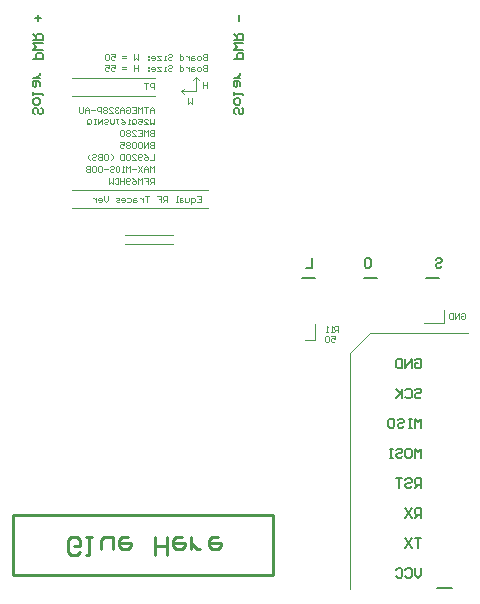
<source format=gbr>
G04*
G04 #@! TF.GenerationSoftware,Altium Limited,Altium Designer,25.5.2 (35)*
G04*
G04 Layer_Color=32896*
%FSLAX25Y25*%
%MOIN*%
G70*
G04*
G04 #@! TF.SameCoordinates,38EB6A6A-CC72-40A8-BBF4-0EDFD8540081*
G04*
G04*
G04 #@! TF.FilePolarity,Positive*
G04*
G01*
G75*
%ADD12C,0.01000*%
%ADD13C,0.00394*%
%ADD15C,0.00787*%
%ADD17C,0.00315*%
%ADD70C,0.00800*%
D12*
X45212Y4835D02*
Y24520D01*
X131826Y4835D02*
Y24520D01*
X45212D02*
X131826D01*
X45212Y4835D02*
X131826D01*
X67488Y12183D02*
X66488Y11183D01*
X64489D01*
X63489Y12183D01*
Y16181D01*
X64489Y17181D01*
X66488D01*
X67488Y16181D01*
Y14182D01*
X65489D01*
X69487Y17181D02*
X71487D01*
X70487D01*
Y11183D01*
X69487D01*
X74486Y13182D02*
Y16181D01*
X75485Y17181D01*
X78484D01*
Y13182D01*
X83483Y17181D02*
X81484D01*
X80484Y16181D01*
Y14182D01*
X81484Y13182D01*
X83483D01*
X84483Y14182D01*
Y15182D01*
X80484D01*
X92480Y11183D02*
Y17181D01*
Y14182D01*
X96479D01*
Y11183D01*
Y17181D01*
X101477D02*
X99478D01*
X98478Y16181D01*
Y14182D01*
X99478Y13182D01*
X101477D01*
X102477Y14182D01*
Y15182D01*
X98478D01*
X104476Y13182D02*
Y17181D01*
Y15182D01*
X105476Y14182D01*
X106475Y13182D01*
X107475D01*
X113473Y17181D02*
X111474D01*
X110474Y16181D01*
Y14182D01*
X111474Y13182D01*
X113473D01*
X114473Y14182D01*
Y15182D01*
X110474D01*
D13*
X64961Y126969D02*
X110236D01*
X64961Y132874D02*
X110236D01*
X64961Y164370D02*
X80709Y164370D01*
X64961Y170276D02*
X80709D01*
Y164370D02*
X92520D01*
X80709Y170276D02*
X92520D01*
X182283Y88583D02*
X188976D01*
Y92913D01*
X142520Y83071D02*
X146063D01*
Y88189D01*
X193701Y85433D02*
X196850D01*
X82677Y118110D02*
X98425D01*
X82677Y115157D02*
X98425D01*
X106299Y170768D02*
X107283Y169783D01*
X105315D02*
X106299Y170768D01*
X101378Y165847D02*
X102362Y166831D01*
X101378Y165847D02*
X102362Y164862D01*
X101378Y165847D02*
X106299D01*
Y170768D01*
X157480Y0D02*
Y78740D01*
X164173Y85433D01*
X193701D01*
D15*
X141535Y103543D02*
X145866D01*
X182874D02*
X187205D01*
X162205D02*
X166535D01*
X54592Y160367D02*
X55117Y159842D01*
Y158792D01*
X54592Y158268D01*
X54068D01*
X53543Y158792D01*
Y159842D01*
X53018Y160367D01*
X52493D01*
X51968Y159842D01*
Y158792D01*
X52493Y158268D01*
X51968Y161941D02*
Y162991D01*
X52493Y163515D01*
X53543D01*
X54068Y162991D01*
Y161941D01*
X53543Y161416D01*
X52493D01*
X51968Y161941D01*
Y164565D02*
Y165614D01*
Y165090D01*
X55117D01*
Y164565D01*
X54068Y167713D02*
Y168763D01*
X53543Y169288D01*
X51968D01*
Y167713D01*
X52493Y167189D01*
X53018Y167713D01*
Y169288D01*
X54068Y170337D02*
X51968D01*
X53018D01*
X53543Y170862D01*
X54068Y171387D01*
Y171912D01*
X51968Y176635D02*
X55117D01*
Y178209D01*
X54592Y178734D01*
X53543D01*
X53018Y178209D01*
Y176635D01*
X55117Y179783D02*
X51968D01*
X53018Y180833D01*
X51968Y181882D01*
X55117D01*
X51968Y182932D02*
X55117D01*
Y184506D01*
X54592Y185031D01*
X53543D01*
X53018Y184506D01*
Y182932D01*
Y183981D02*
X51968Y185031D01*
X53543Y189229D02*
Y191328D01*
X54592Y190278D02*
X52493D01*
X121521Y160367D02*
X122046Y159842D01*
Y158792D01*
X121521Y158268D01*
X120997D01*
X120472Y158792D01*
Y159842D01*
X119947Y160367D01*
X119422D01*
X118898Y159842D01*
Y158792D01*
X119422Y158268D01*
X118898Y161941D02*
Y162991D01*
X119422Y163515D01*
X120472D01*
X120997Y162991D01*
Y161941D01*
X120472Y161416D01*
X119422D01*
X118898Y161941D01*
Y164565D02*
Y165614D01*
Y165090D01*
X122046D01*
Y164565D01*
X120997Y167713D02*
Y168763D01*
X120472Y169288D01*
X118898D01*
Y167713D01*
X119422Y167189D01*
X119947Y167713D01*
Y169288D01*
X120997Y170337D02*
X118898D01*
X119947D01*
X120472Y170862D01*
X120997Y171387D01*
Y171912D01*
X118898Y176635D02*
X122046D01*
Y178209D01*
X121521Y178734D01*
X120472D01*
X119947Y178209D01*
Y176635D01*
X122046Y179783D02*
X118898D01*
X119947Y180833D01*
X118898Y181882D01*
X122046D01*
X118898Y182932D02*
X122046D01*
Y184506D01*
X121521Y185031D01*
X120472D01*
X119947Y184506D01*
Y182932D01*
Y183981D02*
X118898Y185031D01*
X120472Y189229D02*
Y191328D01*
X179200Y66263D02*
X179725Y66787D01*
X180774D01*
X181299Y66263D01*
Y65738D01*
X180774Y65213D01*
X179725D01*
X179200Y64688D01*
Y64164D01*
X179725Y63639D01*
X180774D01*
X181299Y64164D01*
X176052Y66263D02*
X176576Y66787D01*
X177626D01*
X178151Y66263D01*
Y64164D01*
X177626Y63639D01*
X176576D01*
X176052Y64164D01*
X175002Y66787D02*
Y63639D01*
Y64688D01*
X172903Y66787D01*
X174477Y65213D01*
X172903Y63639D01*
X179200Y76246D02*
X179725Y76771D01*
X180774D01*
X181299Y76246D01*
Y74147D01*
X180774Y73622D01*
X179725D01*
X179200Y74147D01*
Y75196D01*
X180250D01*
X178151Y73622D02*
Y76771D01*
X176052Y73622D01*
Y76771D01*
X175002D02*
Y73622D01*
X173428D01*
X172903Y74147D01*
Y76246D01*
X173428Y76771D01*
X175002D01*
X181299Y53656D02*
Y56804D01*
X180250Y55755D01*
X179200Y56804D01*
Y53656D01*
X178151Y56804D02*
X177101D01*
X177626D01*
Y53656D01*
X178151D01*
X177101D01*
X173428Y56280D02*
X173952Y56804D01*
X175002D01*
X175527Y56280D01*
Y55755D01*
X175002Y55230D01*
X173952D01*
X173428Y54705D01*
Y54181D01*
X173952Y53656D01*
X175002D01*
X175527Y54181D01*
X170804Y56804D02*
X171853D01*
X172378Y56280D01*
Y54181D01*
X171853Y53656D01*
X170804D01*
X170279Y54181D01*
Y56280D01*
X170804Y56804D01*
X181299Y43673D02*
Y46821D01*
X180250Y45772D01*
X179200Y46821D01*
Y43673D01*
X176576Y46821D02*
X177626D01*
X178151Y46297D01*
Y44197D01*
X177626Y43673D01*
X176576D01*
X176052Y44197D01*
Y46297D01*
X176576Y46821D01*
X172903Y46297D02*
X173428Y46821D01*
X174477D01*
X175002Y46297D01*
Y45772D01*
X174477Y45247D01*
X173428D01*
X172903Y44722D01*
Y44197D01*
X173428Y43673D01*
X174477D01*
X175002Y44197D01*
X171853Y46821D02*
X170804D01*
X171329D01*
Y43673D01*
X171853D01*
X170804D01*
X181299Y6889D02*
Y4790D01*
X180250Y3740D01*
X179200Y4790D01*
Y6889D01*
X176052Y6364D02*
X176576Y6889D01*
X177626D01*
X178151Y6364D01*
Y4265D01*
X177626Y3740D01*
X176576D01*
X176052Y4265D01*
X172903Y6364D02*
X173428Y6889D01*
X174477D01*
X175002Y6364D01*
Y4265D01*
X174477Y3740D01*
X173428D01*
X172903Y4265D01*
X181299Y16872D02*
X179200D01*
X180250D01*
Y13723D01*
X178151Y16872D02*
X176052Y13723D01*
Y16872D02*
X178151Y13723D01*
X181299Y23706D02*
Y26855D01*
X179725D01*
X179200Y26330D01*
Y25281D01*
X179725Y24756D01*
X181299D01*
X180250D02*
X179200Y23706D01*
X178151Y26855D02*
X176052Y23706D01*
Y26855D02*
X178151Y23706D01*
X181299Y33689D02*
Y36838D01*
X179725D01*
X179200Y36313D01*
Y35264D01*
X179725Y34739D01*
X181299D01*
X180250D02*
X179200Y33689D01*
X176052Y36313D02*
X176576Y36838D01*
X177626D01*
X178151Y36313D01*
Y35789D01*
X177626Y35264D01*
X176576D01*
X176052Y34739D01*
Y34214D01*
X176576Y33689D01*
X177626D01*
X178151Y34214D01*
X175002Y36838D02*
X172903D01*
X173952D01*
Y33689D01*
X144882Y110235D02*
Y107087D01*
X142783D01*
X162993Y110235D02*
X164042D01*
X164567Y109710D01*
Y107611D01*
X164042Y107087D01*
X162993D01*
X162468Y107611D01*
Y109710D01*
X162993Y110235D01*
X186090Y109710D02*
X186615Y110235D01*
X187664D01*
X188189Y109710D01*
Y109186D01*
X187664Y108661D01*
X186615D01*
X186090Y108136D01*
Y107611D01*
X186615Y107087D01*
X187664D01*
X188189Y107611D01*
D17*
X106641Y130990D02*
X107953D01*
Y129022D01*
X106641D01*
X107953Y130006D02*
X107297D01*
X104673Y128366D02*
Y130334D01*
X105657D01*
X105985Y130006D01*
Y129350D01*
X105657Y129022D01*
X104673D01*
X104017Y130334D02*
Y129350D01*
X103689Y129022D01*
X102705D01*
Y130334D01*
X101721D02*
X101065D01*
X100737Y130006D01*
Y129022D01*
X101721D01*
X102049Y129350D01*
X101721Y129678D01*
X100737D01*
X100081Y129022D02*
X99425D01*
X99753D01*
Y130990D01*
X100081D01*
X96474Y129022D02*
Y130990D01*
X95490D01*
X95162Y130662D01*
Y130006D01*
X95490Y129678D01*
X96474D01*
X95818D02*
X95162Y129022D01*
X93194Y130990D02*
X94506D01*
Y130006D01*
X93850D01*
X94506D01*
Y129022D01*
X90570Y130990D02*
X89258D01*
X89914D01*
Y129022D01*
X88602Y130334D02*
Y129022D01*
Y129678D01*
X88274Y130006D01*
X87946Y130334D01*
X87618D01*
X86306D02*
X85650D01*
X85322Y130006D01*
Y129022D01*
X86306D01*
X86634Y129350D01*
X86306Y129678D01*
X85322D01*
X83355Y130334D02*
X84338D01*
X84666Y130006D01*
Y129350D01*
X84338Y129022D01*
X83355D01*
X81715D02*
X82371D01*
X82699Y129350D01*
Y130006D01*
X82371Y130334D01*
X81715D01*
X81387Y130006D01*
Y129678D01*
X82699D01*
X80731Y129022D02*
X79747D01*
X79419Y129350D01*
X79747Y129678D01*
X80403D01*
X80731Y130006D01*
X80403Y130334D01*
X79419D01*
X76795Y130990D02*
Y129678D01*
X76139Y129022D01*
X75483Y129678D01*
Y130990D01*
X73843Y129022D02*
X74499D01*
X74827Y129350D01*
Y130006D01*
X74499Y130334D01*
X73843D01*
X73515Y130006D01*
Y129678D01*
X74827D01*
X72859Y130334D02*
Y129022D01*
Y129678D01*
X72531Y130006D01*
X72203Y130334D01*
X71875D01*
X92205Y135158D02*
Y137125D01*
X91221D01*
X90893Y136797D01*
Y136141D01*
X91221Y135813D01*
X92205D01*
X91549D02*
X90893Y135158D01*
X88925Y137125D02*
X90237D01*
Y136141D01*
X89581D01*
X90237D01*
Y135158D01*
X88269D02*
Y137125D01*
X87613Y136469D01*
X86957Y137125D01*
Y135158D01*
X84989Y137125D02*
X85645Y136797D01*
X86301Y136141D01*
Y135485D01*
X85973Y135158D01*
X85317D01*
X84989Y135485D01*
Y135813D01*
X85317Y136141D01*
X86301D01*
X84333Y135485D02*
X84005Y135158D01*
X83349D01*
X83021Y135485D01*
Y136797D01*
X83349Y137125D01*
X84005D01*
X84333Y136797D01*
Y136469D01*
X84005Y136141D01*
X83021D01*
X82365Y137125D02*
Y135158D01*
Y136141D01*
X81054D01*
Y137125D01*
Y135158D01*
X79086Y136797D02*
X79414Y137125D01*
X80070D01*
X80398Y136797D01*
Y135485D01*
X80070Y135158D01*
X79414D01*
X79086Y135485D01*
X78430Y137125D02*
Y135158D01*
X77774Y135813D01*
X77118Y135158D01*
Y137125D01*
X92205Y139094D02*
Y141062D01*
X91549Y140406D01*
X90893Y141062D01*
Y139094D01*
X90237D02*
Y140406D01*
X89581Y141062D01*
X88925Y140406D01*
Y139094D01*
Y140078D01*
X90237D01*
X88269Y141062D02*
X86957Y139094D01*
Y141062D02*
X88269Y139094D01*
X86301Y140078D02*
X84989D01*
X84333Y139094D02*
Y141062D01*
X83677Y140406D01*
X83021Y141062D01*
Y139094D01*
X82365D02*
X81709D01*
X82038D01*
Y141062D01*
X82365Y140734D01*
X80726D02*
X80398Y141062D01*
X79742D01*
X79414Y140734D01*
Y139423D01*
X79742Y139094D01*
X80398D01*
X80726Y139423D01*
Y140734D01*
X77446D02*
X77774Y141062D01*
X78430D01*
X78758Y140734D01*
Y140406D01*
X78430Y140078D01*
X77774D01*
X77446Y139751D01*
Y139423D01*
X77774Y139094D01*
X78430D01*
X78758Y139423D01*
X76790Y140078D02*
X75478D01*
X74822Y140734D02*
X74494Y141062D01*
X73838D01*
X73510Y140734D01*
Y139423D01*
X73838Y139094D01*
X74494D01*
X74822Y139423D01*
Y140734D01*
X72854D02*
X72526Y141062D01*
X71870D01*
X71542Y140734D01*
Y139423D01*
X71870Y139094D01*
X72526D01*
X72854Y139423D01*
Y140734D01*
X70886Y141062D02*
Y139094D01*
X69902D01*
X69574Y139423D01*
Y139751D01*
X69902Y140078D01*
X70886D01*
X69902D01*
X69574Y140406D01*
Y140734D01*
X69902Y141062D01*
X70886D01*
X92205Y166654D02*
Y168621D01*
X91221D01*
X90893Y168293D01*
Y167638D01*
X91221Y167309D01*
X92205D01*
X90237Y168621D02*
X88925D01*
X89581D01*
Y166654D01*
X92205Y144999D02*
Y143032D01*
X90893D01*
X88925Y144999D02*
X89581Y144671D01*
X90237Y144015D01*
Y143359D01*
X89909Y143032D01*
X89253D01*
X88925Y143359D01*
Y143687D01*
X89253Y144015D01*
X90237D01*
X88269Y143359D02*
X87941Y143032D01*
X87285D01*
X86957Y143359D01*
Y144671D01*
X87285Y144999D01*
X87941D01*
X88269Y144671D01*
Y144343D01*
X87941Y144015D01*
X86957D01*
X84989Y143032D02*
X86301D01*
X84989Y144343D01*
Y144671D01*
X85317Y144999D01*
X85973D01*
X86301Y144671D01*
X84333D02*
X84005Y144999D01*
X83349D01*
X83021Y144671D01*
Y143359D01*
X83349Y143032D01*
X84005D01*
X84333Y143359D01*
Y144671D01*
X82365Y144999D02*
Y143032D01*
X81381D01*
X81054Y143359D01*
Y144671D01*
X81381Y144999D01*
X82365D01*
X77774Y143032D02*
X78430Y143687D01*
Y144343D01*
X77774Y144999D01*
X75806D02*
X76462D01*
X76790Y144671D01*
Y143359D01*
X76462Y143032D01*
X75806D01*
X75478Y143359D01*
Y144671D01*
X75806Y144999D01*
X74822D02*
Y143032D01*
X73838D01*
X73510Y143359D01*
Y143687D01*
X73838Y144015D01*
X74822D01*
X73838D01*
X73510Y144343D01*
Y144671D01*
X73838Y144999D01*
X74822D01*
X71542Y144671D02*
X71870Y144999D01*
X72526D01*
X72854Y144671D01*
Y144343D01*
X72526Y144015D01*
X71870D01*
X71542Y143687D01*
Y143359D01*
X71870Y143032D01*
X72526D01*
X72854Y143359D01*
X70886Y143032D02*
X70230Y143687D01*
Y144343D01*
X70886Y144999D01*
X92205Y148936D02*
Y146968D01*
X91221D01*
X90893Y147297D01*
Y147625D01*
X91221Y147952D01*
X92205D01*
X91221D01*
X90893Y148280D01*
Y148608D01*
X91221Y148936D01*
X92205D01*
X90237Y146968D02*
Y148936D01*
X88925Y146968D01*
Y148936D01*
X87285D02*
X87941D01*
X88269Y148608D01*
Y147297D01*
X87941Y146968D01*
X87285D01*
X86957Y147297D01*
Y148608D01*
X87285Y148936D01*
X86301Y148608D02*
X85973Y148936D01*
X85317D01*
X84989Y148608D01*
Y147297D01*
X85317Y146968D01*
X85973D01*
X86301Y147297D01*
Y148608D01*
X84333D02*
X84005Y148936D01*
X83349D01*
X83021Y148608D01*
Y148280D01*
X83349Y147952D01*
X83021Y147625D01*
Y147297D01*
X83349Y146968D01*
X84005D01*
X84333Y147297D01*
Y147625D01*
X84005Y147952D01*
X84333Y148280D01*
Y148608D01*
X84005Y147952D02*
X83349D01*
X81054Y148936D02*
X82365D01*
Y147952D01*
X81709Y148280D01*
X81381D01*
X81054Y147952D01*
Y147297D01*
X81381Y146968D01*
X82038D01*
X82365Y147297D01*
X92205Y152873D02*
Y150906D01*
X91221D01*
X90893Y151233D01*
Y151561D01*
X91221Y151889D01*
X92205D01*
X91221D01*
X90893Y152217D01*
Y152545D01*
X91221Y152873D01*
X92205D01*
X90237Y150906D02*
Y152873D01*
X89581Y152217D01*
X88925Y152873D01*
Y150906D01*
X86957Y152873D02*
X88269D01*
Y150906D01*
X86957D01*
X88269Y151889D02*
X87613D01*
X84989Y150906D02*
X86301D01*
X84989Y152217D01*
Y152545D01*
X85317Y152873D01*
X85973D01*
X86301Y152545D01*
X84333D02*
X84005Y152873D01*
X83349D01*
X83021Y152545D01*
Y152217D01*
X83349Y151889D01*
X83021Y151561D01*
Y151233D01*
X83349Y150906D01*
X84005D01*
X84333Y151233D01*
Y151561D01*
X84005Y151889D01*
X84333Y152217D01*
Y152545D01*
X84005Y151889D02*
X83349D01*
X82365Y152545D02*
X82038Y152873D01*
X81381D01*
X81054Y152545D01*
Y151233D01*
X81381Y150906D01*
X82038D01*
X82365Y151233D01*
Y152545D01*
X92205Y156810D02*
Y154842D01*
X91549Y155499D01*
X90893Y154842D01*
Y156810D01*
X88925Y154842D02*
X90237D01*
X88925Y156154D01*
Y156482D01*
X89253Y156810D01*
X89909D01*
X90237Y156482D01*
X86957Y156810D02*
X88269D01*
Y155826D01*
X87613Y156154D01*
X87285D01*
X86957Y155826D01*
Y155171D01*
X87285Y154842D01*
X87941D01*
X88269Y155171D01*
X84989D02*
Y156482D01*
X85317Y156810D01*
X85973D01*
X86301Y156482D01*
Y155171D01*
X85973Y154842D01*
X85317D01*
X85645Y155499D02*
X84989Y154842D01*
X85317D02*
X84989Y155171D01*
X84333Y154842D02*
X83677D01*
X84005D01*
Y156810D01*
X84333Y156482D01*
X81381Y156810D02*
X82038Y156482D01*
X82693Y155826D01*
Y155171D01*
X82365Y154842D01*
X81709D01*
X81381Y155171D01*
Y155499D01*
X81709Y155826D01*
X82693D01*
X79414Y156810D02*
X80070D01*
X79742D01*
Y155171D01*
X80070Y154842D01*
X80398D01*
X80726Y155171D01*
X78758Y156810D02*
Y155499D01*
X78102Y154842D01*
X77446Y155499D01*
Y156810D01*
X75478Y156482D02*
X75806Y156810D01*
X76462D01*
X76790Y156482D01*
Y156154D01*
X76462Y155826D01*
X75806D01*
X75478Y155499D01*
Y155171D01*
X75806Y154842D01*
X76462D01*
X76790Y155171D01*
X74822Y154842D02*
Y156810D01*
X73510Y154842D01*
Y156810D01*
X72854D02*
X72198D01*
X72526D01*
Y154842D01*
X72854D01*
X72198D01*
X69902Y155171D02*
Y156482D01*
X70230Y156810D01*
X70886D01*
X71214Y156482D01*
Y155171D01*
X70886Y154842D01*
X70230D01*
X70558Y155499D02*
X69902Y154842D01*
X70230D02*
X69902Y155171D01*
X92205Y158780D02*
Y160091D01*
X91549Y160747D01*
X90893Y160091D01*
Y158780D01*
Y159764D01*
X92205D01*
X90237Y160747D02*
X88925D01*
X89581D01*
Y158780D01*
X88269D02*
Y160747D01*
X87613Y160091D01*
X86957Y160747D01*
Y158780D01*
X84989Y160747D02*
X86301D01*
Y158780D01*
X84989D01*
X86301Y159764D02*
X85645D01*
X83021Y160419D02*
X83349Y160747D01*
X84005D01*
X84333Y160419D01*
Y159107D01*
X84005Y158780D01*
X83349D01*
X83021Y159107D01*
Y159764D01*
X83677D01*
X82365Y158780D02*
Y160091D01*
X81709Y160747D01*
X81054Y160091D01*
Y158780D01*
Y159764D01*
X82365D01*
X80398Y160419D02*
X80070Y160747D01*
X79414D01*
X79086Y160419D01*
Y160091D01*
X79414Y159764D01*
X79742D01*
X79414D01*
X79086Y159435D01*
Y159107D01*
X79414Y158780D01*
X80070D01*
X80398Y159107D01*
X77118Y158780D02*
X78430D01*
X77118Y160091D01*
Y160419D01*
X77446Y160747D01*
X78102D01*
X78430Y160419D01*
X76462D02*
X76134Y160747D01*
X75478D01*
X75150Y160419D01*
Y160091D01*
X75478Y159764D01*
X75150Y159435D01*
Y159107D01*
X75478Y158780D01*
X76134D01*
X76462Y159107D01*
Y159435D01*
X76134Y159764D01*
X76462Y160091D01*
Y160419D01*
X76134Y159764D02*
X75478D01*
X74494Y158780D02*
Y160747D01*
X73510D01*
X73182Y160419D01*
Y159764D01*
X73510Y159435D01*
X74494D01*
X72526Y159764D02*
X71214D01*
X70558Y158780D02*
Y160091D01*
X69902Y160747D01*
X69246Y160091D01*
Y158780D01*
Y159764D01*
X70558D01*
X68590Y160747D02*
Y159107D01*
X68262Y158780D01*
X67607D01*
X67278Y159107D01*
Y160747D01*
X151129Y84173D02*
X152441D01*
Y83189D01*
X151785Y83517D01*
X151457D01*
X151129Y83189D01*
Y82533D01*
X151457Y82205D01*
X152113D01*
X152441Y82533D01*
X150473Y83845D02*
X150145Y84173D01*
X149489D01*
X149161Y83845D01*
Y82533D01*
X149489Y82205D01*
X150145D01*
X150473Y82533D01*
Y83845D01*
X194436Y91719D02*
X194764Y92047D01*
X195420D01*
X195748Y91719D01*
Y90407D01*
X195420Y90079D01*
X194764D01*
X194436Y90407D01*
Y91063D01*
X195092D01*
X193780Y90079D02*
Y92047D01*
X192468Y90079D01*
Y92047D01*
X191812D02*
Y90079D01*
X190828D01*
X190500Y90407D01*
Y91719D01*
X190828Y92047D01*
X191812D01*
X109921Y174527D02*
Y172559D01*
X108937D01*
X108609Y172887D01*
Y173215D01*
X108937Y173543D01*
X109921D01*
X108937D01*
X108609Y173871D01*
Y174199D01*
X108937Y174527D01*
X109921D01*
X107625Y172559D02*
X106969D01*
X106641Y172887D01*
Y173543D01*
X106969Y173871D01*
X107625D01*
X107953Y173543D01*
Y172887D01*
X107625Y172559D01*
X105658Y173871D02*
X105002D01*
X104674Y173543D01*
Y172559D01*
X105658D01*
X105985Y172887D01*
X105658Y173215D01*
X104674D01*
X104018Y173871D02*
Y172559D01*
Y173215D01*
X103690Y173543D01*
X103362Y173871D01*
X103034D01*
X100738Y174527D02*
Y172559D01*
X101722D01*
X102050Y172887D01*
Y173543D01*
X101722Y173871D01*
X100738D01*
X96802Y174199D02*
X97130Y174527D01*
X97786D01*
X98114Y174199D01*
Y173871D01*
X97786Y173543D01*
X97130D01*
X96802Y173215D01*
Y172887D01*
X97130Y172559D01*
X97786D01*
X98114Y172887D01*
X96146Y172559D02*
X95490D01*
X95818D01*
Y173871D01*
X96146D01*
X94506D02*
X93194D01*
X94506Y172559D01*
X93194D01*
X91555D02*
X92211D01*
X92538Y172887D01*
Y173543D01*
X92211Y173871D01*
X91555D01*
X91227Y173543D01*
Y173215D01*
X92538D01*
X90571Y173871D02*
X90243D01*
Y173543D01*
X90571D01*
Y173871D01*
Y172887D02*
X90243D01*
Y172559D01*
X90571D01*
Y172887D01*
X86963Y174527D02*
Y172559D01*
Y173543D01*
X85651D01*
Y174527D01*
Y172559D01*
X83027Y173215D02*
X81715D01*
X83027Y173871D02*
X81715D01*
X77780Y174527D02*
X79091D01*
Y173543D01*
X78435Y173871D01*
X78108D01*
X77780Y173543D01*
Y172887D01*
X78108Y172559D01*
X78764D01*
X79091Y172887D01*
X75812Y174527D02*
X77124D01*
Y173543D01*
X76468Y173871D01*
X76140D01*
X75812Y173543D01*
Y172887D01*
X76140Y172559D01*
X76796D01*
X77124Y172887D01*
X109921Y169114D02*
Y167146D01*
Y168130D01*
X108609D01*
Y169114D01*
Y167146D01*
X105000Y163700D02*
Y161732D01*
X104344Y162388D01*
X103688Y161732D01*
Y163700D01*
X109921Y178464D02*
Y176496D01*
X108937D01*
X108609Y176824D01*
Y177152D01*
X108937Y177480D01*
X109921D01*
X108937D01*
X108609Y177808D01*
Y178136D01*
X108937Y178464D01*
X109921D01*
X107625Y176496D02*
X106969D01*
X106641Y176824D01*
Y177480D01*
X106969Y177808D01*
X107625D01*
X107953Y177480D01*
Y176824D01*
X107625Y176496D01*
X105658Y177808D02*
X105002D01*
X104674Y177480D01*
Y176496D01*
X105658D01*
X105985Y176824D01*
X105658Y177152D01*
X104674D01*
X104018Y177808D02*
Y176496D01*
Y177152D01*
X103690Y177480D01*
X103362Y177808D01*
X103034D01*
X100738Y178464D02*
Y176496D01*
X101722D01*
X102050Y176824D01*
Y177480D01*
X101722Y177808D01*
X100738D01*
X96802Y178136D02*
X97130Y178464D01*
X97786D01*
X98114Y178136D01*
Y177808D01*
X97786Y177480D01*
X97130D01*
X96802Y177152D01*
Y176824D01*
X97130Y176496D01*
X97786D01*
X98114Y176824D01*
X96146Y176496D02*
X95490D01*
X95818D01*
Y177808D01*
X96146D01*
X94506D02*
X93194D01*
X94506Y176496D01*
X93194D01*
X91555D02*
X92211D01*
X92538Y176824D01*
Y177480D01*
X92211Y177808D01*
X91555D01*
X91227Y177480D01*
Y177152D01*
X92538D01*
X90571Y177808D02*
X90243D01*
Y177480D01*
X90571D01*
Y177808D01*
Y176824D02*
X90243D01*
Y176496D01*
X90571D01*
Y176824D01*
X86963Y178464D02*
Y176496D01*
X86307Y177152D01*
X85651Y176496D01*
Y178464D01*
X83027Y177152D02*
X81715D01*
X83027Y177808D02*
X81715D01*
X77780Y178464D02*
X79091D01*
Y177480D01*
X78435Y177808D01*
X78108D01*
X77780Y177480D01*
Y176824D01*
X78108Y176496D01*
X78764D01*
X79091Y176824D01*
X77124Y178136D02*
X76796Y178464D01*
X76140D01*
X75812Y178136D01*
Y176824D01*
X76140Y176496D01*
X76796D01*
X77124Y176824D01*
Y178136D01*
X153707Y85630D02*
Y87598D01*
X152723D01*
X152395Y87270D01*
Y86614D01*
X152723Y86286D01*
X153707D01*
X153051D02*
X152395Y85630D01*
X151739D02*
X151083D01*
X151411D01*
Y87598D01*
X151739Y87270D01*
X150099Y85630D02*
X149443D01*
X149771D01*
Y87598D01*
X150099Y87270D01*
D70*
X186476Y433D02*
X191476D01*
M02*

</source>
